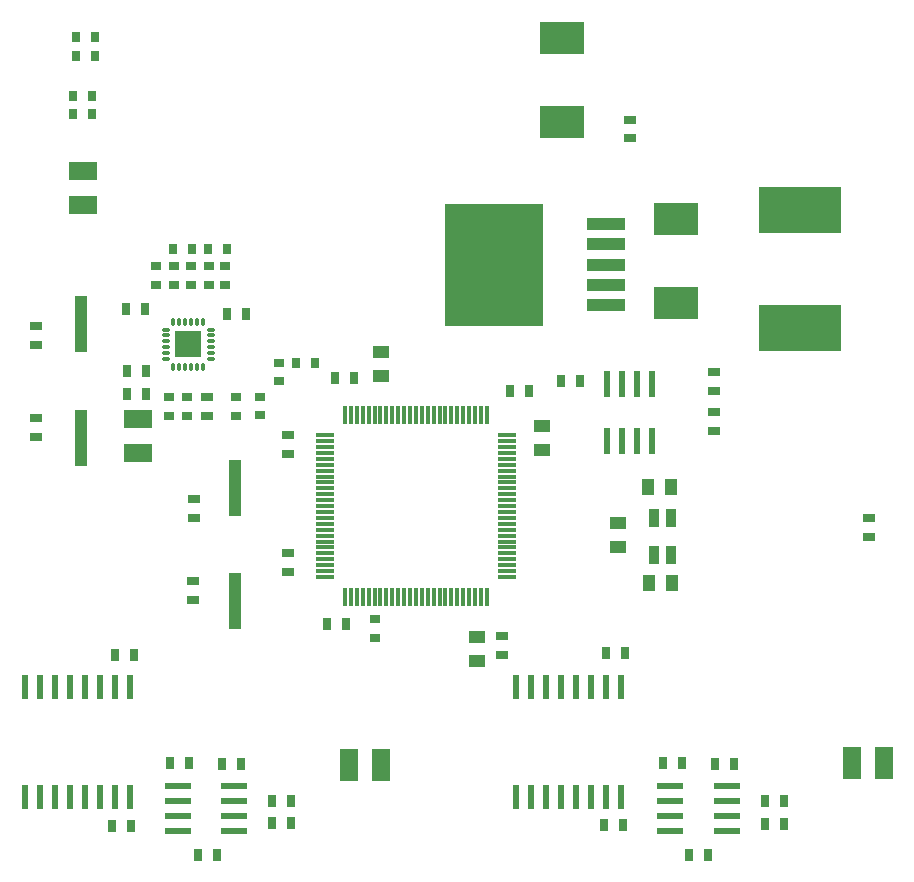
<source format=gtp>
G04*
G04 #@! TF.GenerationSoftware,Altium Limited,Altium Designer,20.0.13 (296)*
G04*
G04 Layer_Color=8421504*
%FSLAX44Y44*%
%MOMM*%
G71*
G01*
G75*
%ADD20R,0.8000X1.0000*%
%ADD21R,2.2000X0.6000*%
%ADD22R,1.5300X2.7200*%
%ADD23R,3.8100X2.7940*%
%ADD24R,1.0000X0.8000*%
%ADD25R,0.7000X0.9000*%
%ADD26R,0.9000X0.7000*%
%ADD27R,0.6000X2.0600*%
%ADD28R,1.1000X4.8000*%
%ADD29R,2.4000X1.5000*%
G04:AMPARAMS|DCode=30|XSize=0.28mm|YSize=0.69mm|CornerRadius=0.07mm|HoleSize=0mm|Usage=FLASHONLY|Rotation=0.000|XOffset=0mm|YOffset=0mm|HoleType=Round|Shape=RoundedRectangle|*
%AMROUNDEDRECTD30*
21,1,0.2800,0.5500,0,0,0.0*
21,1,0.1400,0.6900,0,0,0.0*
1,1,0.1400,0.0700,-0.2750*
1,1,0.1400,-0.0700,-0.2750*
1,1,0.1400,-0.0700,0.2750*
1,1,0.1400,0.0700,0.2750*
%
%ADD30ROUNDEDRECTD30*%
G04:AMPARAMS|DCode=31|XSize=0.28mm|YSize=0.69mm|CornerRadius=0.07mm|HoleSize=0mm|Usage=FLASHONLY|Rotation=90.000|XOffset=0mm|YOffset=0mm|HoleType=Round|Shape=RoundedRectangle|*
%AMROUNDEDRECTD31*
21,1,0.2800,0.5500,0,0,90.0*
21,1,0.1400,0.6900,0,0,90.0*
1,1,0.1400,0.2750,0.0700*
1,1,0.1400,0.2750,-0.0700*
1,1,0.1400,-0.2750,-0.0700*
1,1,0.1400,-0.2750,0.0700*
%
%ADD31ROUNDEDRECTD31*%
%ADD32R,2.2860X2.2860*%
%ADD33R,1.4000X1.0000*%
G04:AMPARAMS|DCode=34|XSize=1.56mm|YSize=0.28mm|CornerRadius=0.035mm|HoleSize=0mm|Usage=FLASHONLY|Rotation=0.000|XOffset=0mm|YOffset=0mm|HoleType=Round|Shape=RoundedRectangle|*
%AMROUNDEDRECTD34*
21,1,1.5600,0.2100,0,0,0.0*
21,1,1.4900,0.2800,0,0,0.0*
1,1,0.0700,0.7450,-0.1050*
1,1,0.0700,-0.7450,-0.1050*
1,1,0.0700,-0.7450,0.1050*
1,1,0.0700,0.7450,0.1050*
%
%ADD34ROUNDEDRECTD34*%
G04:AMPARAMS|DCode=35|XSize=1.56mm|YSize=0.28mm|CornerRadius=0.035mm|HoleSize=0mm|Usage=FLASHONLY|Rotation=90.000|XOffset=0mm|YOffset=0mm|HoleType=Round|Shape=RoundedRectangle|*
%AMROUNDEDRECTD35*
21,1,1.5600,0.2100,0,0,90.0*
21,1,1.4900,0.2800,0,0,90.0*
1,1,0.0700,0.1050,0.7450*
1,1,0.0700,0.1050,-0.7450*
1,1,0.0700,-0.1050,-0.7450*
1,1,0.0700,-0.1050,0.7450*
%
%ADD35ROUNDEDRECTD35*%
%ADD36R,0.9000X1.5000*%
%ADD37R,1.0000X1.4000*%
%ADD38R,0.6000X2.2000*%
%ADD39R,7.0000X4.0000*%
%ADD40R,8.3000X10.4500*%
%ADD41R,3.2000X1.0500*%
D20*
X220750Y188750D02*
D03*
X204750D02*
D03*
X636500Y188500D02*
D03*
X620500D02*
D03*
X132500Y213250D02*
D03*
X148500D02*
D03*
X181500Y266250D02*
D03*
X197500D02*
D03*
X225250Y266000D02*
D03*
X241250D02*
D03*
X283750Y215500D02*
D03*
X267750D02*
D03*
X283750Y234500D02*
D03*
X267750D02*
D03*
X599000Y266250D02*
D03*
X615000D02*
D03*
X643000Y265250D02*
D03*
X659000D02*
D03*
X701250Y214750D02*
D03*
X685250D02*
D03*
X701250Y234000D02*
D03*
X685250D02*
D03*
X548500Y213750D02*
D03*
X564500D02*
D03*
X144450Y651000D02*
D03*
X160450D02*
D03*
X229500Y646750D02*
D03*
X245500D02*
D03*
X528250Y590250D02*
D03*
X512250D02*
D03*
X321000Y592750D02*
D03*
X337000D02*
D03*
X330250Y384000D02*
D03*
X314250D02*
D03*
X135000Y358250D02*
D03*
X151000D02*
D03*
X550250Y359750D02*
D03*
X566250D02*
D03*
X469500Y581750D02*
D03*
X485500D02*
D03*
X145000Y598500D02*
D03*
X161000D02*
D03*
X145000Y578750D02*
D03*
X161000D02*
D03*
D21*
X187750Y246900D02*
D03*
Y234200D02*
D03*
Y221500D02*
D03*
Y208800D02*
D03*
X235750Y246900D02*
D03*
Y234200D02*
D03*
Y221500D02*
D03*
Y208800D02*
D03*
X605000Y246900D02*
D03*
Y234200D02*
D03*
Y221500D02*
D03*
Y208800D02*
D03*
X653000Y246900D02*
D03*
Y234200D02*
D03*
Y221500D02*
D03*
Y208800D02*
D03*
D22*
X785660Y266500D02*
D03*
X758840D02*
D03*
X359910Y264750D02*
D03*
X333090D02*
D03*
D23*
X513250Y809315D02*
D03*
Y880685D02*
D03*
X610000Y727435D02*
D03*
Y656065D02*
D03*
D24*
X642000Y581500D02*
D03*
Y597500D02*
D03*
X642250Y563250D02*
D03*
Y547250D02*
D03*
X212500Y576250D02*
D03*
Y560250D02*
D03*
X200500Y420250D02*
D03*
Y404250D02*
D03*
X201250Y474000D02*
D03*
Y490000D02*
D03*
X281000Y544000D02*
D03*
Y528000D02*
D03*
X68000Y620250D02*
D03*
Y636250D02*
D03*
Y558250D02*
D03*
Y542250D02*
D03*
X281000Y444500D02*
D03*
Y428500D02*
D03*
X462500Y374250D02*
D03*
Y358250D02*
D03*
X773000Y473500D02*
D03*
Y457500D02*
D03*
X570500Y811250D02*
D03*
Y795250D02*
D03*
D25*
X102021Y881097D02*
D03*
X118021D02*
D03*
X117750Y865250D02*
D03*
X101750D02*
D03*
X115000Y831500D02*
D03*
X99000D02*
D03*
X99021Y816095D02*
D03*
X115021D02*
D03*
X304250Y605000D02*
D03*
X288250D02*
D03*
X213250Y701750D02*
D03*
X229250D02*
D03*
X199750Y702000D02*
D03*
X183750D02*
D03*
D26*
X180250Y560250D02*
D03*
Y576250D02*
D03*
X195500Y560250D02*
D03*
Y576250D02*
D03*
X237500Y560000D02*
D03*
Y576000D02*
D03*
X354500Y388250D02*
D03*
Y372250D02*
D03*
X257500Y576750D02*
D03*
Y560750D02*
D03*
X273250Y605500D02*
D03*
Y589500D02*
D03*
X214250Y671500D02*
D03*
Y687500D02*
D03*
X228250Y671500D02*
D03*
Y687500D02*
D03*
X198750Y671500D02*
D03*
Y687500D02*
D03*
X184750Y671500D02*
D03*
Y687500D02*
D03*
X169500Y671500D02*
D03*
Y687500D02*
D03*
D27*
X563200Y237600D02*
D03*
X550500D02*
D03*
X537800D02*
D03*
X525100D02*
D03*
X512400D02*
D03*
X499700D02*
D03*
X487000D02*
D03*
X474300D02*
D03*
Y330400D02*
D03*
X487000D02*
D03*
X499700D02*
D03*
X512400D02*
D03*
X525100D02*
D03*
X537800D02*
D03*
X550500D02*
D03*
X563200D02*
D03*
X147700Y237600D02*
D03*
X135000D02*
D03*
X122300D02*
D03*
X109600D02*
D03*
X96900D02*
D03*
X84200D02*
D03*
X71500D02*
D03*
X58800D02*
D03*
Y330400D02*
D03*
X71500D02*
D03*
X84200D02*
D03*
X96900D02*
D03*
X109600D02*
D03*
X122300D02*
D03*
X135000D02*
D03*
X147700D02*
D03*
D28*
X236500Y499500D02*
D03*
Y403500D02*
D03*
X105750Y541750D02*
D03*
Y637750D02*
D03*
D29*
X154000Y528750D02*
D03*
Y557750D02*
D03*
X107500Y739000D02*
D03*
Y768000D02*
D03*
D30*
X209250Y639900D02*
D03*
X204250D02*
D03*
X184250D02*
D03*
X189250D02*
D03*
X199250D02*
D03*
X194250D02*
D03*
Y602000D02*
D03*
X199250D02*
D03*
X189250D02*
D03*
X184250D02*
D03*
X204250D02*
D03*
X209250D02*
D03*
D31*
X215700Y633450D02*
D03*
Y628450D02*
D03*
Y608450D02*
D03*
Y613450D02*
D03*
Y623450D02*
D03*
Y618450D02*
D03*
X177800Y633450D02*
D03*
Y628450D02*
D03*
Y608450D02*
D03*
Y613450D02*
D03*
Y623450D02*
D03*
Y618450D02*
D03*
D32*
X196750Y620950D02*
D03*
D33*
X360250Y594250D02*
D03*
Y614250D02*
D03*
X560750Y469250D02*
D03*
Y449250D02*
D03*
X441000Y373250D02*
D03*
Y353250D02*
D03*
X496000Y551500D02*
D03*
Y531500D02*
D03*
D34*
X466300Y544000D02*
D03*
Y539000D02*
D03*
Y534000D02*
D03*
Y529000D02*
D03*
Y524000D02*
D03*
Y519000D02*
D03*
Y514000D02*
D03*
Y509000D02*
D03*
Y504000D02*
D03*
Y499000D02*
D03*
Y494000D02*
D03*
Y489000D02*
D03*
Y484000D02*
D03*
Y479000D02*
D03*
Y474000D02*
D03*
Y469000D02*
D03*
Y464000D02*
D03*
Y459000D02*
D03*
Y454000D02*
D03*
Y449000D02*
D03*
Y444000D02*
D03*
Y439000D02*
D03*
Y434000D02*
D03*
Y429000D02*
D03*
Y424000D02*
D03*
X312700D02*
D03*
Y429000D02*
D03*
Y434000D02*
D03*
Y439000D02*
D03*
Y444000D02*
D03*
Y449000D02*
D03*
Y454000D02*
D03*
Y459000D02*
D03*
Y464000D02*
D03*
Y469000D02*
D03*
Y474000D02*
D03*
Y479000D02*
D03*
Y484000D02*
D03*
Y489000D02*
D03*
Y494000D02*
D03*
Y499000D02*
D03*
Y504000D02*
D03*
Y509000D02*
D03*
Y514000D02*
D03*
Y519000D02*
D03*
Y524000D02*
D03*
Y529000D02*
D03*
Y534000D02*
D03*
Y539000D02*
D03*
Y544000D02*
D03*
D35*
X329500Y560800D02*
D03*
X334500D02*
D03*
X339500D02*
D03*
X344500D02*
D03*
X349500D02*
D03*
X354500D02*
D03*
X359500D02*
D03*
X364500D02*
D03*
X369500D02*
D03*
X374500D02*
D03*
X379500D02*
D03*
X384500D02*
D03*
X389500D02*
D03*
X394500D02*
D03*
X399500D02*
D03*
X404500D02*
D03*
X409500D02*
D03*
X414500D02*
D03*
X419500D02*
D03*
X424500D02*
D03*
X429500D02*
D03*
X434500D02*
D03*
X439500D02*
D03*
X444500D02*
D03*
X449500D02*
D03*
Y407200D02*
D03*
X444500D02*
D03*
X439500D02*
D03*
X434500D02*
D03*
X429500D02*
D03*
X424500D02*
D03*
X419500D02*
D03*
X414500D02*
D03*
X409500D02*
D03*
X404500D02*
D03*
X399500D02*
D03*
X394500D02*
D03*
X389500D02*
D03*
X384500D02*
D03*
X379500D02*
D03*
X374500D02*
D03*
X369500D02*
D03*
X364500D02*
D03*
X359500D02*
D03*
X354500D02*
D03*
X349500D02*
D03*
X344500D02*
D03*
X339500D02*
D03*
X334500D02*
D03*
X329500D02*
D03*
D36*
X591250Y442500D02*
D03*
X605250D02*
D03*
Y473500D02*
D03*
X591250D02*
D03*
D37*
X585750Y500500D02*
D03*
X605750D02*
D03*
X586500Y418500D02*
D03*
X606500D02*
D03*
D38*
X589550Y587000D02*
D03*
X576850D02*
D03*
X564150D02*
D03*
X551450D02*
D03*
X589550Y539000D02*
D03*
X576850D02*
D03*
X564150D02*
D03*
X551450D02*
D03*
D39*
X715000Y735000D02*
D03*
Y635000D02*
D03*
D40*
X455750Y688500D02*
D03*
D41*
X550250Y722500D02*
D03*
Y705500D02*
D03*
Y688500D02*
D03*
Y671500D02*
D03*
Y654500D02*
D03*
M02*

</source>
